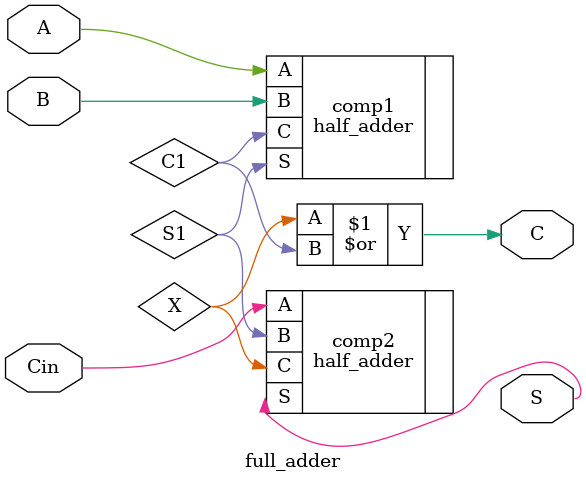
<source format=v>
`include "../ADDER/half_adder.v"
module full_adder (S,C,A,B,Cin);

input A,B,Cin;
output S,C;
wire S1,C1,X;

half_adder comp1(.A(A),.B(B),.S(S1),.C(C1));
half_adder comp2(.A(Cin),.B(S1),.S(S),.C(X));
or comp3(C,X,C1);

endmodule
</source>
